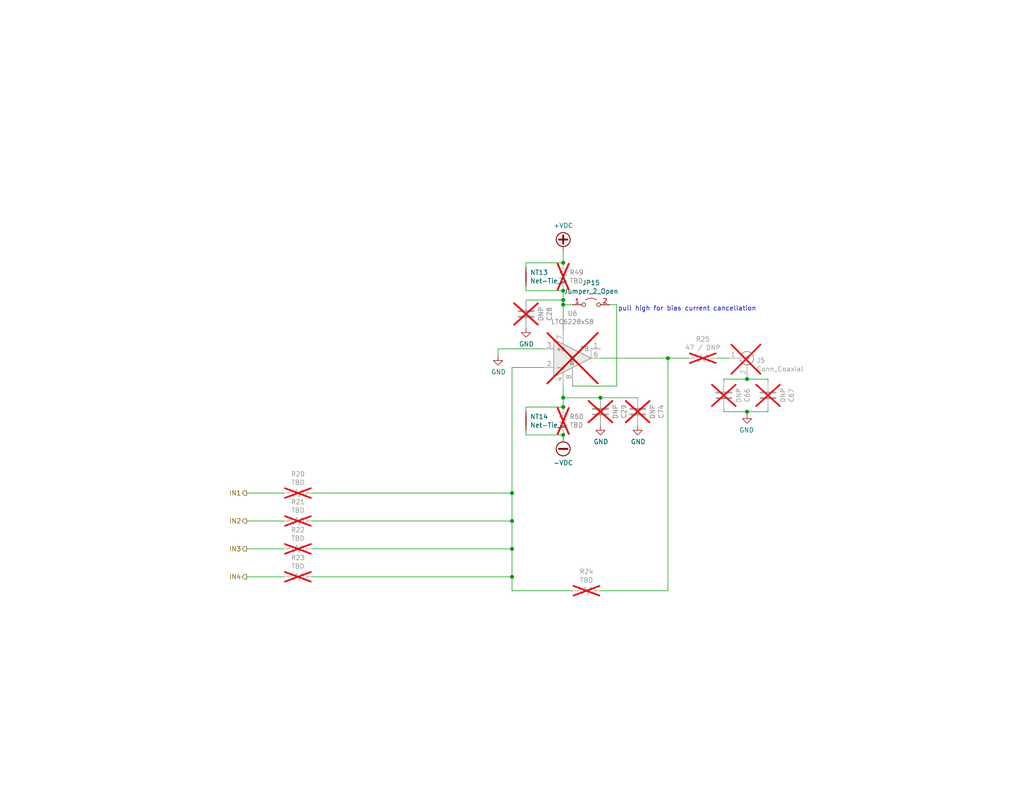
<source format=kicad_sch>
(kicad_sch (version 20230121) (generator eeschema)
  (paper "A")
  (title_block (title "ALBATROS low frequency front end") (date "2023-12-18") (rev "2 as modified") (company "McGill Radio Lab") (comment 1 "McGill University Physics") (comment 2 "Eamon Egan"))
  (lib_symbols
    (symbol "Connector:Conn_Coaxial" (pin_names (offset 1.016) hide)
      (property "Reference" "J" (at 0.254 3.048 0))
      (property "Value" "Conn_Coaxial" (at 2.921 0 90))
      (symbol "Conn_Coaxial_0_1"
        (arc (start -1.778 -0.508) (mid 0.222 -1.808) (end 1.778 0) (stroke (width 0.254)))
        (polyline (pts (xy -2.54 0) (xy -0.508 0)))
        (polyline (pts (xy 0 -2.54) (xy 0 -1.778)))
        (circle (center 0 0) (radius 0.508) (stroke (width 0.2032)))
        (arc (start 1.778 0) (mid 0.222 1.8083) (end -1.778 0.508) (stroke (width 0.254)))
      )
      (symbol "Conn_Coaxial_1_1"
        (pin passive line (at -5.08 0 0) (length 2.54) (name "In") (number "1"))
        (pin passive line (at 0 -5.08 90) (length 2.54) (name "Ext") (number "2"))
      )
    )
    (symbol "Device:C" (pin_numbers hide) (pin_names (offset 0.254))
      (property "Reference" "C" (at 0.635 2.54 0))
      (property "Value" "C" (at 0.635 -2.54 0))
      (symbol "C_0_1"
        (polyline (pts (xy -2.032 -0.762) (xy 2.032 -0.762)) (stroke (width 0.508)))
        (polyline (pts (xy -2.032 0.762) (xy 2.032 0.762)) (stroke (width 0.508)))
      )
      (symbol "C_1_1"
        (pin passive line (at 0 3.81 270) (length 2.794) (name "~") (number "1"))
        (pin passive line (at 0 -3.81 90) (length 2.794) (name "~") (number "2"))
      )
    )
    (symbol "Device:Net-Tie_2" (pin_numbers hide) (pin_names (offset 0) hide)
      (property "Reference" "NT" (at 0 1.27 0))
      (property "Value" "Device_Net-Tie_2" (at 0 -1.27 0))
      (symbol "Net-Tie_2_0_1"
        (polyline (pts (xy -1.27 0) (xy 1.27 0)) (stroke (width 0.254)))
      )
      (symbol "Net-Tie_2_1_1"
        (pin passive line (at -2.54 0 0) (length 2.54) (name "1") (number "1"))
        (pin passive line (at 2.54 0 180) (length 2.54) (name "2") (number "2"))
      )
    )
    (symbol "Device:R_US" (pin_numbers hide) (pin_names (offset 0))
      (property "Reference" "R" (at 2.54 0 90))
      (property "Value" "R_US" (at -2.54 0 90))
      (symbol "R_US_0_1"
        (polyline (pts (xy 0 -2.286) (xy 0 -2.54)))
        (polyline (pts (xy 0 2.286) (xy 0 2.54)))
        (polyline (pts (xy 0 -0.762) (xy 1.016 -1.143) (xy 0 -1.524) (xy -1.016 -1.905) (xy 0 -2.286)))
        (polyline (pts (xy 0 0.762) (xy 1.016 0.381) (xy 0 0) (xy -1.016 -0.381) (xy 0 -0.762)))
        (polyline (pts (xy 0 2.286) (xy 1.016 1.905) (xy 0 1.524) (xy -1.016 1.143) (xy 0 0.762)))
      )
      (symbol "R_US_1_1"
        (pin passive line (at 0 3.81 270) (length 1.27) (name "~") (number "1"))
        (pin passive line (at 0 -3.81 90) (length 1.27) (name "~") (number "2"))
      )
    )
    (symbol "Jumper:Jumper_2_Open" (pin_names (offset 0) hide)
      (property "Reference" "JP" (at 0 2.794 0))
      (property "Value" "Jumper_2_Open" (at 0 -2.286 0))
      (symbol "Jumper_2_Open_0_0"
        (circle (center -2.032 0) (radius 0.508))
        (circle (center 2.032 0) (radius 0.508))
      )
      (symbol "Jumper_2_Open_0_1"
        (arc (start 1.524 1.27) (mid 0 1.778) (end -1.524 1.27))
      )
      (symbol "Jumper_2_Open_1_1"
        (pin passive line (at -5.08 0 0) (length 2.54) (name "A") (number "1"))
        (pin passive line (at 5.08 0 180) (length 2.54) (name "B") (number "2"))
      )
    )
    (symbol "new-fee-rescue:LTC6228xS8-Amplifier_Operational"
      (property "Reference" "U" (at 0 8.89 0))
      (property "Value" "LTC6228xS8-Amplifier_Operational" (at 0 6.35 0))
      (symbol "LTC6228xS8-Amplifier_Operational_0_1"
        (polyline (pts (xy 5.08 0) (xy 5.08 2.54)) (stroke (width 0.1524)))
        (polyline (pts (xy 5.08 0) (xy -5.08 5.08) (xy -5.08 -5.08) (xy 5.08 0)) (stroke (width 0.254)) (fill (type background)))
      )
      (symbol "LTC6228xS8-Amplifier_Operational_1_1"
        (pin output line (at 7.62 2.54 180) (length 2.54) (name "FB") (number "1"))
        (pin input line (at -7.62 -2.54 0) (length 2.54) (name "-") (number "2"))
        (pin input line (at -7.62 2.54 0) (length 2.54) (name "+") (number "3"))
        (pin power_in line (at -2.54 -7.62 90) (length 3.81) (name "V-") (number "4"))
        (pin passive line (at -2.54 -7.62 90) (length 3.81) hide (name "V-") (number "5"))
        (pin output line (at 7.62 0 180) (length 2.54) (name "~") (number "6"))
        (pin power_in line (at -2.54 7.62 270) (length 3.81) (name "V+") (number "7"))
        (pin input line (at 0 -7.62 90) (length 5.08) (name "~{SHDN}") (number "8"))
      )
    )
    (symbol "power:+VDC" (power) (pin_names (offset 0))
      (property "Value" "+VDC" (at 0 6.35 0))
      (symbol "+VDC_0_1"
        (polyline (pts (xy -1.143 3.175) (xy 1.143 3.175)) (stroke (width 0.508)))
        (polyline (pts (xy 0 0) (xy 0 1.27)))
        (polyline (pts (xy 0 2.032) (xy 0 4.318)) (stroke (width 0.508)))
        (circle (center 0 3.175) (radius 1.905) (stroke (width 0.254)))
      )
      (symbol "+VDC_1_1"
        (pin power_in line (at 0 0 90) (length 0) hide (name "+VDC") (number "1"))
      )
    )
    (symbol "power:-VDC" (power) (pin_names (offset 0))
      (property "Value" "-VDC" (at 0 6.35 0))
      (symbol "-VDC_0_1"
        (polyline (pts (xy -1.143 3.175) (xy 1.143 3.175)) (stroke (width 0.508)))
        (polyline (pts (xy 0 0) (xy 0 1.27)))
        (circle (center 0 3.175) (radius 1.905) (stroke (width 0.254)))
      )
      (symbol "-VDC_1_1"
        (pin power_in line (at 0 0 90) (length 0) hide (name "-VDC") (number "1"))
      )
    )
    (symbol "power:GND" (power) (pin_names (offset 0))
      (property "Value" "GND" (at 0 -3.81 0))
      (symbol "GND_0_1"
        (polyline (pts (xy 0 0) (xy 0 -1.27) (xy 1.27 -1.27) (xy 0 -2.54) (xy -1.27 -1.27) (xy 0 -1.27)))
      )
      (symbol "GND_1_1"
        (pin power_in line (at 0 0 270) (length 0) hide (name "GND") (number "1"))
      )
    )
  )
  (junction (at 153.67 118.745))
  (junction (at 153.67 81.915))
  (junction (at 153.67 108.585))
  (junction (at 182.245 97.79))
  (junction (at 139.7 157.48))
  (junction (at 203.835 103.505))
  (junction (at 163.83 108.585))
  (junction (at 153.67 79.375))
  (junction (at 153.67 71.755))
  (junction (at 203.835 112.395))
  (junction (at 139.7 134.62))
  (junction (at 153.67 83.185))
  (junction (at 139.7 142.24))
  (junction (at 139.7 149.86))
  (junction (at 153.67 111.125))
  (wire (pts (xy 153.67 108.585) (xy 153.67 111.125)))
  (wire (pts (xy 156.21 83.185) (xy 153.67 83.185)))
  (wire (pts (xy 209.55 112.395) (xy 209.55 111.76)))
  (wire (pts (xy 85.09 142.24) (xy 139.7 142.24)))
  (wire (pts (xy 203.835 102.87) (xy 203.835 103.505)))
  (wire (pts (xy 197.485 111.76) (xy 197.485 112.395)))
  (wire (pts (xy 197.485 104.14) (xy 197.485 103.505)))
  (wire (pts (xy 139.7 134.62) (xy 139.7 142.24)))
  (wire (pts (xy 143.51 117.475) (xy 143.51 118.745)))
  (wire (pts (xy 203.835 112.395) (xy 203.835 113.03)))
  (wire (pts (xy 203.835 103.505) (xy 209.55 103.505)))
  (wire (pts (xy 143.51 118.745) (xy 153.67 118.745)))
  (wire (pts (xy 197.485 112.395) (xy 203.835 112.395)))
  (wire (pts (xy 168.275 83.185) (xy 166.37 83.185)))
  (wire (pts (xy 139.7 161.29) (xy 156.21 161.29)))
  (wire (pts (xy 143.51 79.375) (xy 153.67 79.375)))
  (wire (pts (xy 143.51 112.395) (xy 143.51 111.125)))
  (wire (pts (xy 143.51 81.915) (xy 153.67 81.915)))
  (wire (pts (xy 182.245 97.79) (xy 187.96 97.79)))
  (wire (pts (xy 153.67 81.915) (xy 153.67 83.185)))
  (wire (pts (xy 67.31 142.24) (xy 77.47 142.24)))
  (wire (pts (xy 143.51 111.125) (xy 153.67 111.125)))
  (wire (pts (xy 163.83 161.29) (xy 182.245 161.29)))
  (wire (pts (xy 153.67 83.185) (xy 153.67 90.17)))
  (wire (pts (xy 153.67 105.41) (xy 153.67 108.585)))
  (wire (pts (xy 139.7 149.86) (xy 139.7 157.48)))
  (wire (pts (xy 67.31 134.62) (xy 77.47 134.62)))
  (wire (pts (xy 153.67 68.58) (xy 153.67 71.755)))
  (wire (pts (xy 173.99 108.585) (xy 163.83 108.585)))
  (wire (pts (xy 153.67 118.745) (xy 153.67 119.38)))
  (wire (pts (xy 143.51 73.025) (xy 143.51 71.755)))
  (wire (pts (xy 135.89 95.25) (xy 135.89 97.155)))
  (wire (pts (xy 85.09 149.86) (xy 139.7 149.86)))
  (wire (pts (xy 209.55 103.505) (xy 209.55 104.14)))
  (wire (pts (xy 143.51 71.755) (xy 153.67 71.755)))
  (wire (pts (xy 203.835 112.395) (xy 209.55 112.395)))
  (wire (pts (xy 85.09 157.48) (xy 139.7 157.48)))
  (wire (pts (xy 156.21 105.41) (xy 168.275 105.41)))
  (wire (pts (xy 67.31 149.86) (xy 77.47 149.86)))
  (wire (pts (xy 143.51 78.105) (xy 143.51 79.375)))
  (wire (pts (xy 139.7 157.48) (xy 139.7 161.29)))
  (wire (pts (xy 168.275 105.41) (xy 168.275 83.185)))
  (wire (pts (xy 67.31 157.48) (xy 77.47 157.48)))
  (wire (pts (xy 195.58 97.79) (xy 198.755 97.79)))
  (wire (pts (xy 197.485 103.505) (xy 203.835 103.505)))
  (wire (pts (xy 182.245 97.79) (xy 163.83 97.79)))
  (wire (pts (xy 139.7 100.33) (xy 139.7 134.62)))
  (wire (pts (xy 182.245 161.29) (xy 182.245 97.79)))
  (wire (pts (xy 85.09 134.62) (xy 139.7 134.62)))
  (wire (pts (xy 135.89 95.25) (xy 148.59 95.25)))
  (wire (pts (xy 148.59 100.33) (xy 139.7 100.33)))
  (wire (pts (xy 139.7 142.24) (xy 139.7 149.86)))
  (wire (pts (xy 163.83 108.585) (xy 153.67 108.585)))
  (wire (pts (xy 153.67 79.375) (xy 153.67 81.915)))
  (text "pull high for bias current cancellation" (at 206.375 85.09 0) (effects (font (size 1.27 1.27)) (justify right bottom)))
  (hierarchical_label "IN4" (shape output) (at 67.31 157.48 180))
  (hierarchical_label "IN3" (shape output) (at 67.31 149.86 180))
  (hierarchical_label "IN2" (shape output) (at 67.31 142.24 180))
  (hierarchical_label "IN1" (shape output) (at 67.31 134.62 180))
  (symbol (lib_id "Device:R_US") (at 160.02 161.29 270) (unit 1) (in_bom no) (dnp yes)
    (property "Reference" "R24" (at 160.02 156.083 90))
    (property "Value" "TBD" (at 160.02 158.3944 90))
    (property "Footprint" "Resistor_SMD:R_0603_1608Metric" (effects hide))
    (property "Flag" "SMT" (effects hide))
  )
  (symbol (lib_id "power:GND") (at 135.89 97.155 0) (unit 1)
    (property "Reference" "#PWR0122" (effects hide))
    (property "Value" "GND" (at 136.017 101.5492 0))
  )
  (symbol (lib_id "Device:R_US") (at 191.77 97.79 270) (unit 1) (in_bom no) (dnp yes)
    (property "Reference" "R25" (at 191.77 92.583 90))
    (property "Value" "47 / DNP" (at 191.77 94.8944 90))
    (property "Footprint" "Resistor_SMD:R_0603_1608Metric" (effects hide))
    (property "Flag" "SMT" (effects hide))
  )
  (symbol (lib_id "Connector:Conn_Coaxial") (at 203.835 97.79 0) (unit 1) (in_bom no) (dnp yes)
    (property "Reference" "J5" (at 206.375 98.425 0) (effects (justify left)))
    (property "Value" "Conn_Coaxial" (at 206.375 100.7364 0) (effects (justify left)))
    (property "Footprint" "Connector_Coaxial:SMA_Amphenol_901-144_Vertical" (effects hide))
    (property "Datasheet" " ~" (effects hide))
    (property "MFN" "TE Connectivity AMP Connectors" (effects hide))
    (property "MPN" "5-1814832-2" (effects hide))
    (property "VN" "DigiKey" (effects hide))
    (property "VPN" "17-5-1814832-2CT-ND" (effects hide))
    (property "Flag" "THT" (effects hide))
  )
  (symbol (lib_id "Device:R_US") (at 81.28 134.62 270) (unit 1) (in_bom no) (dnp yes)
    (property "Reference" "R20" (at 81.28 129.413 90))
    (property "Value" "TBD" (at 81.28 131.7244 90))
    (property "Footprint" "Resistor_SMD:R_0603_1608Metric" (effects hide))
    (property "Flag" "SMT" (effects hide))
  )
  (symbol (lib_id "Device:R_US") (at 81.28 142.24 270) (unit 1) (in_bom no) (dnp yes)
    (property "Reference" "R21" (at 81.28 137.033 90))
    (property "Value" "TBD" (at 81.28 139.3444 90))
    (property "Footprint" "Resistor_SMD:R_0603_1608Metric" (effects hide))
    (property "Flag" "SMT" (effects hide))
  )
  (symbol (lib_id "Device:R_US") (at 81.28 149.86 270) (unit 1) (in_bom no) (dnp yes)
    (property "Reference" "R22" (at 81.28 144.653 90))
    (property "Value" "TBD" (at 81.28 146.9644 90))
    (property "Footprint" "Resistor_SMD:R_0603_1608Metric" (effects hide))
    (property "Flag" "SMT" (effects hide))
  )
  (symbol (lib_id "Device:R_US") (at 81.28 157.48 270) (unit 1) (in_bom no) (dnp yes)
    (property "Reference" "R23" (at 81.28 152.273 90))
    (property "Value" "TBD" (at 81.28 154.5844 90))
    (property "Footprint" "Resistor_SMD:R_0603_1608Metric" (effects hide))
    (property "Flag" "SMT" (effects hide))
  )
  (symbol (lib_id "power:+VDC") (at 153.67 68.58 0) (unit 1)
    (property "Reference" "#PWR028" (effects hide))
    (property "Value" "+VDC" (at 153.67 61.595 0))
  )
  (symbol (lib_id "power:-VDC") (at 153.67 119.38 180) (unit 1)
    (property "Reference" "#PWR029" (effects hide))
    (property "Value" "-VDC" (at 153.67 126.365 0))
  )
  (symbol (lib_id "Device:C") (at 163.83 112.395 180) (unit 1) (in_bom no) (dnp yes)
    (property "Reference" "C29" (at 170.2308 112.395 90))
    (property "Value" "DNP" (at 167.9194 112.395 90))
    (property "Footprint" "Capacitor_SMD:C_0603_1608Metric" (effects hide))
    (property "Flag" "SMT" (effects hide))
  )
  (symbol (lib_id "Device:C") (at 143.51 85.725 180) (unit 1) (in_bom no) (dnp yes)
    (property "Reference" "C28" (at 149.9108 85.725 90))
    (property "Value" "DNP" (at 147.5994 85.725 90))
    (property "Footprint" "Capacitor_SMD:C_0603_1608Metric" (effects hide))
    (property "Flag" "SMT" (effects hide))
  )
  (symbol (lib_id "power:GND") (at 163.83 116.205 0) (unit 1)
    (property "Reference" "#PWR030" (effects hide))
    (property "Value" "GND" (at 163.957 120.5992 0))
  )
  (symbol (lib_id "power:GND") (at 143.51 89.535 0) (unit 1)
    (property "Reference" "#PWR027" (effects hide))
    (property "Value" "GND" (at 143.637 93.9292 0))
  )
  (symbol (lib_id "Device:R_US") (at 153.67 75.565 180) (unit 1) (in_bom no) (dnp yes)
    (property "Reference" "R49" (at 155.3972 74.3966 0) (effects (justify right)))
    (property "Value" "TBD" (at 155.3972 76.708 0) (effects (justify right)))
    (property "Footprint" "Resistor_SMD:R_0603_1608Metric" (effects hide))
    (property "Flag" "SMT" (effects hide))
  )
  (symbol (lib_id "Device:R_US") (at 153.67 114.935 180) (unit 1) (in_bom no) (dnp yes)
    (property "Reference" "R50" (at 155.3972 113.7666 0) (effects (justify right)))
    (property "Value" "TBD" (at 155.3972 116.078 0) (effects (justify right)))
    (property "Footprint" "Resistor_SMD:R_0603_1608Metric" (effects hide))
    (property "Flag" "SMT" (effects hide))
  )
  (symbol (lib_id "Device:Net-Tie_2") (at 143.51 114.935 270) (unit 1) (in_bom no)
    (property "Reference" "NT14" (at 144.6276 113.7666 90) (effects (justify left)))
    (property "Value" "Net-Tie_2" (at 144.6276 116.078 90) (effects (justify left)))
    (property "Footprint" "NetTie:NetTie-2_SMD_Pad0.5mm" (effects hide))
  )
  (symbol (lib_id "Device:Net-Tie_2") (at 143.51 75.565 270) (unit 1) (in_bom no)
    (property "Reference" "NT13" (at 144.6276 74.3966 90) (effects (justify left)))
    (property "Value" "Net-Tie_2" (at 144.6276 76.708 90) (effects (justify left)))
    (property "Footprint" "NetTie:NetTie-2_SMD_Pad0.5mm" (effects hide))
  )
  (symbol (lib_id "new-fee-rescue:LTC6228xS8-Amplifier_Operational") (at 156.21 97.79 0) (unit 1) (in_bom no) (dnp yes)
    (property "Reference" "U6" (at 156.21 85.5726 0))
    (property "Value" "LTC6228xS8" (at 156.21 87.884 0))
    (property "Footprint" "Package_SO:SO-8_3.9x4.9mm_P1.27mm" (effects hide))
    (property "Datasheet" "https://www.analog.com/media/en/technical-documentation/data-sheets/LTC6228-6229.pdf" (effects hide))
    (property "MFN" "Analog Devices Inc." (effects hide))
    (property "MPN" "LTC6228IS8#PBF" (effects hide))
    (property "VN" "Mouser" (effects hide))
    (property "VPN" "584-LTC6228IS8#PBF" (effects hide))
    (property "Flag" "SMT" (effects hide))
  )
  (symbol (lib_id "Jumper:Jumper_2_Open") (at 161.29 83.185 0) (unit 1) (in_bom no)
    (property "Reference" "JP15" (at 161.29 77.216 0))
    (property "Value" "Jumper_2_Open" (at 161.29 79.5274 0))
    (property "Footprint" "Jumper:SolderJumper-2_P1.3mm_Open_TrianglePad1.0x1.5mm" (effects hide))
  )
  (symbol (lib_id "power:GND") (at 203.835 113.03 0) (mirror y) (unit 1)
    (property "Reference" "#PWR066" (effects hide))
    (property "Value" "GND" (at 203.708 117.4242 0))
  )
  (symbol (lib_id "Device:C") (at 197.485 107.95 180) (unit 1) (in_bom no) (dnp yes)
    (property "Reference" "C66" (at 203.8858 107.95 90))
    (property "Value" "DNP" (at 201.5744 107.95 90))
    (property "Footprint" "Capacitor_SMD:C_0603_1608Metric" (effects hide))
    (property "Flag" "SMT" (effects hide))
  )
  (symbol (lib_id "Device:C") (at 209.55 107.95 180) (unit 1) (in_bom no) (dnp yes)
    (property "Reference" "C67" (at 215.9508 107.95 90))
    (property "Value" "DNP" (at 213.6394 107.95 90))
    (property "Footprint" "Capacitor_SMD:C_0603_1608Metric" (effects hide))
    (property "Flag" "SMT" (effects hide))
  )
  (symbol (lib_id "Device:C") (at 173.99 112.395 180) (unit 1) (in_bom no) (dnp yes)
    (property "Reference" "C74" (at 180.3908 112.395 90))
    (property "Value" "DNP" (at 178.0794 112.395 90))
    (property "Footprint" "Capacitor_SMD:C_0603_1608Metric" (effects hide))
    (property "Flag" "SMT" (effects hide))
  )
  (symbol (lib_id "power:GND") (at 173.99 116.205 0) (unit 1)
    (property "Reference" "#PWR073" (effects hide))
    (property "Value" "GND" (at 174.117 120.5992 0))
  )
)
</source>
